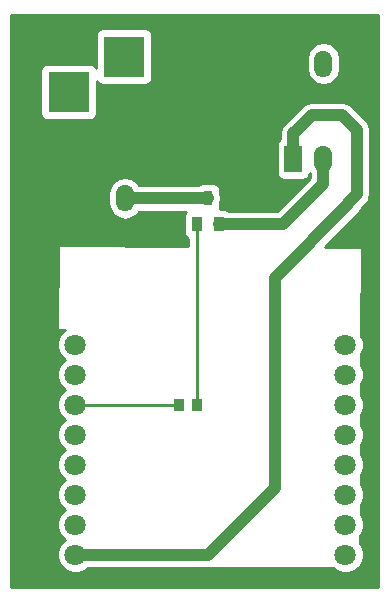
<source format=gtl>
G04 #@! TF.FileFunction,Copper,L1,Top,Signal*
%FSLAX46Y46*%
G04 Gerber Fmt 4.6, Leading zero omitted, Abs format (unit mm)*
G04 Created by KiCad (PCBNEW (2016-10-14 revision fc07716)-master) date Sat Nov 26 20:43:01 2016*
%MOMM*%
%LPD*%
G01*
G04 APERTURE LIST*
%ADD10C,0.100000*%
%ADD11C,1.800000*%
%ADD12R,3.500120X3.500120*%
%ADD13R,0.850000X1.000000*%
%ADD14O,1.524000X2.286000*%
%ADD15R,1.524000X2.286000*%
%ADD16R,0.800000X1.300000*%
%ADD17R,0.900000X1.300000*%
%ADD18C,1.000000*%
%ADD19C,0.250000*%
%ADD20C,0.254000*%
G04 APERTURE END LIST*
D10*
D11*
X134300000Y-90350000D03*
X134300000Y-92890000D03*
X134300000Y-95430000D03*
X134300000Y-97970000D03*
X134300000Y-100510000D03*
X134300000Y-103050000D03*
X134300000Y-105590000D03*
X134300000Y-108130000D03*
X111440000Y-108130000D03*
X111440000Y-105590000D03*
X111440000Y-103050000D03*
X111440000Y-100510000D03*
X111440000Y-97970000D03*
X111440000Y-95430000D03*
X111440000Y-92890000D03*
X111440000Y-90350000D03*
D12*
X115550000Y-71949480D03*
X115550000Y-65950000D03*
X110851000Y-68949740D03*
D13*
X120200000Y-95450000D03*
X121700000Y-95450000D03*
D14*
X115620000Y-77950000D03*
D15*
X113080000Y-77950000D03*
X129880000Y-66550000D03*
D14*
X132420000Y-66550000D03*
X132420000Y-74600000D03*
D15*
X129880000Y-74600000D03*
D16*
X122650000Y-77950000D03*
D17*
X123600000Y-80150000D03*
X121700000Y-80150000D03*
D18*
X115550000Y-71949480D02*
X124861520Y-71949480D01*
X124861520Y-71949480D02*
X129880000Y-66931000D01*
X129880000Y-66931000D02*
X129880000Y-66550000D01*
X113080000Y-77950000D02*
X113080000Y-74419480D01*
X113080000Y-74419480D02*
X115550000Y-71949480D01*
X123600000Y-80150000D02*
X129013000Y-80150000D01*
X129013000Y-80150000D02*
X132420000Y-76743000D01*
X132420000Y-76743000D02*
X132420000Y-74600000D01*
X132420000Y-74981000D02*
X132420000Y-74600000D01*
X128300000Y-84725000D02*
X128300000Y-102500000D01*
X128300000Y-102500000D02*
X122670000Y-108130000D01*
X134550000Y-78475000D02*
X128300000Y-84725000D01*
X135250000Y-77625000D02*
X134550000Y-78325000D01*
X134550000Y-78325000D02*
X134550000Y-78475000D01*
X135250000Y-72150000D02*
X135250000Y-77625000D01*
X134025000Y-70925000D02*
X135250000Y-72150000D01*
X131450000Y-70925000D02*
X134025000Y-70925000D01*
X130200000Y-72175000D02*
X131450000Y-70925000D01*
X130162000Y-72175000D02*
X130200000Y-72175000D01*
X129880000Y-74600000D02*
X129880000Y-72457000D01*
X129880000Y-72457000D02*
X130162000Y-72175000D01*
X122670000Y-108130000D02*
X111440000Y-108130000D01*
D19*
X111440000Y-95430000D02*
X120180000Y-95430000D01*
X120180000Y-95430000D02*
X120200000Y-95450000D01*
D18*
X122200000Y-77950000D02*
X122650000Y-77950000D01*
X115620000Y-77950000D02*
X122200000Y-77950000D01*
D19*
X121700000Y-95450000D02*
X121700000Y-80150000D01*
D20*
G36*
X137040000Y-110873000D02*
X105960000Y-110873000D01*
X105960000Y-88974080D01*
X109873003Y-88974080D01*
X109883523Y-89025616D01*
X109911759Y-89066337D01*
X109953429Y-89093153D01*
X110002189Y-89101981D01*
X110526542Y-89092940D01*
X110139449Y-89479357D01*
X109905267Y-90043330D01*
X109904735Y-90653991D01*
X110137932Y-91218371D01*
X110539182Y-91620323D01*
X110139449Y-92019357D01*
X109905267Y-92583330D01*
X109904735Y-93193991D01*
X110137932Y-93758371D01*
X110539182Y-94160323D01*
X110139449Y-94559357D01*
X109905267Y-95123330D01*
X109904735Y-95733991D01*
X110137932Y-96298371D01*
X110539182Y-96700323D01*
X110139449Y-97099357D01*
X109905267Y-97663330D01*
X109904735Y-98273991D01*
X110137932Y-98838371D01*
X110539182Y-99240323D01*
X110139449Y-99639357D01*
X109905267Y-100203330D01*
X109904735Y-100813991D01*
X110137932Y-101378371D01*
X110539182Y-101780323D01*
X110139449Y-102179357D01*
X109905267Y-102743330D01*
X109904735Y-103353991D01*
X110137932Y-103918371D01*
X110539182Y-104320323D01*
X110139449Y-104719357D01*
X109905267Y-105283330D01*
X109904735Y-105893991D01*
X110137932Y-106458371D01*
X110539182Y-106860323D01*
X110139449Y-107259357D01*
X109905267Y-107823330D01*
X109904735Y-108433991D01*
X110137932Y-108998371D01*
X110569357Y-109430551D01*
X111133330Y-109664733D01*
X111743991Y-109665265D01*
X112308371Y-109432068D01*
X112475731Y-109265000D01*
X122670000Y-109265000D01*
X122684410Y-109262134D01*
X133273568Y-109274490D01*
X133429357Y-109430551D01*
X133993330Y-109664733D01*
X134603991Y-109665265D01*
X135168371Y-109432068D01*
X135323828Y-109276882D01*
X135424852Y-109277000D01*
X135473056Y-109267557D01*
X135514385Y-109240218D01*
X135542106Y-109199145D01*
X135551999Y-109150590D01*
X135552472Y-109048638D01*
X135600551Y-109000643D01*
X135834733Y-108436670D01*
X135835265Y-107826009D01*
X135602068Y-107261629D01*
X135560960Y-107220449D01*
X135564319Y-106496811D01*
X135600551Y-106460643D01*
X135834733Y-105896670D01*
X135835265Y-105286009D01*
X135602068Y-104721629D01*
X135572697Y-104692207D01*
X135576166Y-103944985D01*
X135600551Y-103920643D01*
X135834733Y-103356670D01*
X135835265Y-102746009D01*
X135602068Y-102181629D01*
X135584435Y-102163965D01*
X135588013Y-101393159D01*
X135600551Y-101380643D01*
X135834733Y-100816670D01*
X135835265Y-100206009D01*
X135602068Y-99641629D01*
X135596172Y-99635723D01*
X135599860Y-98841333D01*
X135600551Y-98840643D01*
X135834733Y-98276670D01*
X135835265Y-97666009D01*
X135607871Y-97115674D01*
X135611781Y-96273599D01*
X135834733Y-95736670D01*
X135835265Y-95126009D01*
X135619532Y-94603896D01*
X135623706Y-93704879D01*
X135834733Y-93196670D01*
X135835265Y-92586009D01*
X135631193Y-92092118D01*
X135635631Y-91136160D01*
X135834733Y-90656670D01*
X135835265Y-90046009D01*
X135642854Y-89580340D01*
X135676999Y-82225590D01*
X135667620Y-82177100D01*
X135640337Y-82135735D01*
X135599300Y-82107959D01*
X135550757Y-82098002D01*
X132550027Y-82080105D01*
X135352566Y-79277566D01*
X135470278Y-79101397D01*
X135598603Y-78909346D01*
X135605510Y-78874622D01*
X136052566Y-78427567D01*
X136298603Y-78059346D01*
X136320353Y-77950000D01*
X136385000Y-77625000D01*
X136385000Y-72150000D01*
X136367098Y-72060000D01*
X136298604Y-71715655D01*
X136052566Y-71347434D01*
X134827566Y-70122434D01*
X134459346Y-69876397D01*
X134025000Y-69790000D01*
X131450000Y-69790000D01*
X131015654Y-69876397D01*
X130647434Y-70122434D01*
X129473954Y-71295914D01*
X129396849Y-71347434D01*
X129359434Y-71372434D01*
X129077434Y-71654434D01*
X128831397Y-72022654D01*
X128745000Y-72457000D01*
X128745000Y-72942523D01*
X128660191Y-72999191D01*
X128519843Y-73209235D01*
X128470560Y-73457000D01*
X128470560Y-75743000D01*
X128519843Y-75990765D01*
X128660191Y-76200809D01*
X128870235Y-76341157D01*
X129118000Y-76390440D01*
X130642000Y-76390440D01*
X130889765Y-76341157D01*
X131099809Y-76200809D01*
X131240157Y-75990765D01*
X131282228Y-75779255D01*
X131285000Y-75783403D01*
X131285000Y-76272868D01*
X128542868Y-79015000D01*
X124467115Y-79015000D01*
X124297765Y-78901843D01*
X124050000Y-78852560D01*
X123644953Y-78852560D01*
X123648157Y-78847765D01*
X123697440Y-78600000D01*
X123697440Y-78386087D01*
X123698603Y-78384346D01*
X123785000Y-77950000D01*
X123698603Y-77515654D01*
X123697440Y-77513913D01*
X123697440Y-77300000D01*
X123648157Y-77052235D01*
X123507809Y-76842191D01*
X123297765Y-76701843D01*
X123050000Y-76652560D01*
X122250000Y-76652560D01*
X122002235Y-76701843D01*
X121832885Y-76815000D01*
X116787342Y-76815000D01*
X116607828Y-76546339D01*
X116154609Y-76243507D01*
X115620000Y-76137167D01*
X115085391Y-76243507D01*
X114632172Y-76546339D01*
X114329340Y-76999558D01*
X114223000Y-77534167D01*
X114223000Y-78365833D01*
X114329340Y-78900442D01*
X114632172Y-79353661D01*
X115085391Y-79656493D01*
X115620000Y-79762833D01*
X116154609Y-79656493D01*
X116607828Y-79353661D01*
X116787342Y-79085000D01*
X120763587Y-79085000D01*
X120651843Y-79252235D01*
X120602560Y-79500000D01*
X120602560Y-80800000D01*
X120651843Y-81047765D01*
X120792191Y-81257809D01*
X120940000Y-81356573D01*
X120940000Y-82010860D01*
X110400757Y-81948002D01*
X110400000Y-81948000D01*
X110050000Y-81948000D01*
X110002251Y-81957318D01*
X109960851Y-81984549D01*
X109933023Y-82025550D01*
X109923003Y-82074080D01*
X109873003Y-88974080D01*
X105960000Y-88974080D01*
X105960000Y-67199680D01*
X108453500Y-67199680D01*
X108453500Y-70699800D01*
X108502783Y-70947565D01*
X108643131Y-71157609D01*
X108853175Y-71297957D01*
X109100940Y-71347240D01*
X112601060Y-71347240D01*
X112848825Y-71297957D01*
X113058869Y-71157609D01*
X113199217Y-70947565D01*
X113248500Y-70699800D01*
X113248500Y-68017741D01*
X113342131Y-68157869D01*
X113552175Y-68298217D01*
X113799940Y-68347500D01*
X117300060Y-68347500D01*
X117547825Y-68298217D01*
X117757869Y-68157869D01*
X117898217Y-67947825D01*
X117947500Y-67700060D01*
X117947500Y-66134167D01*
X131023000Y-66134167D01*
X131023000Y-66965833D01*
X131129340Y-67500442D01*
X131432172Y-67953661D01*
X131885391Y-68256493D01*
X132420000Y-68362833D01*
X132954609Y-68256493D01*
X133407828Y-67953661D01*
X133710660Y-67500442D01*
X133817000Y-66965833D01*
X133817000Y-66134167D01*
X133710660Y-65599558D01*
X133407828Y-65146339D01*
X132954609Y-64843507D01*
X132420000Y-64737167D01*
X131885391Y-64843507D01*
X131432172Y-65146339D01*
X131129340Y-65599558D01*
X131023000Y-66134167D01*
X117947500Y-66134167D01*
X117947500Y-64199940D01*
X117898217Y-63952175D01*
X117757869Y-63742131D01*
X117547825Y-63601783D01*
X117300060Y-63552500D01*
X113799940Y-63552500D01*
X113552175Y-63601783D01*
X113342131Y-63742131D01*
X113201783Y-63952175D01*
X113152500Y-64199940D01*
X113152500Y-66881999D01*
X113058869Y-66741871D01*
X112848825Y-66601523D01*
X112601060Y-66552240D01*
X109100940Y-66552240D01*
X108853175Y-66601523D01*
X108643131Y-66741871D01*
X108502783Y-66951915D01*
X108453500Y-67199680D01*
X105960000Y-67199680D01*
X105960000Y-62460000D01*
X137040000Y-62460000D01*
X137040000Y-110873000D01*
X137040000Y-110873000D01*
G37*
X137040000Y-110873000D02*
X105960000Y-110873000D01*
X105960000Y-88974080D01*
X109873003Y-88974080D01*
X109883523Y-89025616D01*
X109911759Y-89066337D01*
X109953429Y-89093153D01*
X110002189Y-89101981D01*
X110526542Y-89092940D01*
X110139449Y-89479357D01*
X109905267Y-90043330D01*
X109904735Y-90653991D01*
X110137932Y-91218371D01*
X110539182Y-91620323D01*
X110139449Y-92019357D01*
X109905267Y-92583330D01*
X109904735Y-93193991D01*
X110137932Y-93758371D01*
X110539182Y-94160323D01*
X110139449Y-94559357D01*
X109905267Y-95123330D01*
X109904735Y-95733991D01*
X110137932Y-96298371D01*
X110539182Y-96700323D01*
X110139449Y-97099357D01*
X109905267Y-97663330D01*
X109904735Y-98273991D01*
X110137932Y-98838371D01*
X110539182Y-99240323D01*
X110139449Y-99639357D01*
X109905267Y-100203330D01*
X109904735Y-100813991D01*
X110137932Y-101378371D01*
X110539182Y-101780323D01*
X110139449Y-102179357D01*
X109905267Y-102743330D01*
X109904735Y-103353991D01*
X110137932Y-103918371D01*
X110539182Y-104320323D01*
X110139449Y-104719357D01*
X109905267Y-105283330D01*
X109904735Y-105893991D01*
X110137932Y-106458371D01*
X110539182Y-106860323D01*
X110139449Y-107259357D01*
X109905267Y-107823330D01*
X109904735Y-108433991D01*
X110137932Y-108998371D01*
X110569357Y-109430551D01*
X111133330Y-109664733D01*
X111743991Y-109665265D01*
X112308371Y-109432068D01*
X112475731Y-109265000D01*
X122670000Y-109265000D01*
X122684410Y-109262134D01*
X133273568Y-109274490D01*
X133429357Y-109430551D01*
X133993330Y-109664733D01*
X134603991Y-109665265D01*
X135168371Y-109432068D01*
X135323828Y-109276882D01*
X135424852Y-109277000D01*
X135473056Y-109267557D01*
X135514385Y-109240218D01*
X135542106Y-109199145D01*
X135551999Y-109150590D01*
X135552472Y-109048638D01*
X135600551Y-109000643D01*
X135834733Y-108436670D01*
X135835265Y-107826009D01*
X135602068Y-107261629D01*
X135560960Y-107220449D01*
X135564319Y-106496811D01*
X135600551Y-106460643D01*
X135834733Y-105896670D01*
X135835265Y-105286009D01*
X135602068Y-104721629D01*
X135572697Y-104692207D01*
X135576166Y-103944985D01*
X135600551Y-103920643D01*
X135834733Y-103356670D01*
X135835265Y-102746009D01*
X135602068Y-102181629D01*
X135584435Y-102163965D01*
X135588013Y-101393159D01*
X135600551Y-101380643D01*
X135834733Y-100816670D01*
X135835265Y-100206009D01*
X135602068Y-99641629D01*
X135596172Y-99635723D01*
X135599860Y-98841333D01*
X135600551Y-98840643D01*
X135834733Y-98276670D01*
X135835265Y-97666009D01*
X135607871Y-97115674D01*
X135611781Y-96273599D01*
X135834733Y-95736670D01*
X135835265Y-95126009D01*
X135619532Y-94603896D01*
X135623706Y-93704879D01*
X135834733Y-93196670D01*
X135835265Y-92586009D01*
X135631193Y-92092118D01*
X135635631Y-91136160D01*
X135834733Y-90656670D01*
X135835265Y-90046009D01*
X135642854Y-89580340D01*
X135676999Y-82225590D01*
X135667620Y-82177100D01*
X135640337Y-82135735D01*
X135599300Y-82107959D01*
X135550757Y-82098002D01*
X132550027Y-82080105D01*
X135352566Y-79277566D01*
X135470278Y-79101397D01*
X135598603Y-78909346D01*
X135605510Y-78874622D01*
X136052566Y-78427567D01*
X136298603Y-78059346D01*
X136320353Y-77950000D01*
X136385000Y-77625000D01*
X136385000Y-72150000D01*
X136367098Y-72060000D01*
X136298604Y-71715655D01*
X136052566Y-71347434D01*
X134827566Y-70122434D01*
X134459346Y-69876397D01*
X134025000Y-69790000D01*
X131450000Y-69790000D01*
X131015654Y-69876397D01*
X130647434Y-70122434D01*
X129473954Y-71295914D01*
X129396849Y-71347434D01*
X129359434Y-71372434D01*
X129077434Y-71654434D01*
X128831397Y-72022654D01*
X128745000Y-72457000D01*
X128745000Y-72942523D01*
X128660191Y-72999191D01*
X128519843Y-73209235D01*
X128470560Y-73457000D01*
X128470560Y-75743000D01*
X128519843Y-75990765D01*
X128660191Y-76200809D01*
X128870235Y-76341157D01*
X129118000Y-76390440D01*
X130642000Y-76390440D01*
X130889765Y-76341157D01*
X131099809Y-76200809D01*
X131240157Y-75990765D01*
X131282228Y-75779255D01*
X131285000Y-75783403D01*
X131285000Y-76272868D01*
X128542868Y-79015000D01*
X124467115Y-79015000D01*
X124297765Y-78901843D01*
X124050000Y-78852560D01*
X123644953Y-78852560D01*
X123648157Y-78847765D01*
X123697440Y-78600000D01*
X123697440Y-78386087D01*
X123698603Y-78384346D01*
X123785000Y-77950000D01*
X123698603Y-77515654D01*
X123697440Y-77513913D01*
X123697440Y-77300000D01*
X123648157Y-77052235D01*
X123507809Y-76842191D01*
X123297765Y-76701843D01*
X123050000Y-76652560D01*
X122250000Y-76652560D01*
X122002235Y-76701843D01*
X121832885Y-76815000D01*
X116787342Y-76815000D01*
X116607828Y-76546339D01*
X116154609Y-76243507D01*
X115620000Y-76137167D01*
X115085391Y-76243507D01*
X114632172Y-76546339D01*
X114329340Y-76999558D01*
X114223000Y-77534167D01*
X114223000Y-78365833D01*
X114329340Y-78900442D01*
X114632172Y-79353661D01*
X115085391Y-79656493D01*
X115620000Y-79762833D01*
X116154609Y-79656493D01*
X116607828Y-79353661D01*
X116787342Y-79085000D01*
X120763587Y-79085000D01*
X120651843Y-79252235D01*
X120602560Y-79500000D01*
X120602560Y-80800000D01*
X120651843Y-81047765D01*
X120792191Y-81257809D01*
X120940000Y-81356573D01*
X120940000Y-82010860D01*
X110400757Y-81948002D01*
X110400000Y-81948000D01*
X110050000Y-81948000D01*
X110002251Y-81957318D01*
X109960851Y-81984549D01*
X109933023Y-82025550D01*
X109923003Y-82074080D01*
X109873003Y-88974080D01*
X105960000Y-88974080D01*
X105960000Y-67199680D01*
X108453500Y-67199680D01*
X108453500Y-70699800D01*
X108502783Y-70947565D01*
X108643131Y-71157609D01*
X108853175Y-71297957D01*
X109100940Y-71347240D01*
X112601060Y-71347240D01*
X112848825Y-71297957D01*
X113058869Y-71157609D01*
X113199217Y-70947565D01*
X113248500Y-70699800D01*
X113248500Y-68017741D01*
X113342131Y-68157869D01*
X113552175Y-68298217D01*
X113799940Y-68347500D01*
X117300060Y-68347500D01*
X117547825Y-68298217D01*
X117757869Y-68157869D01*
X117898217Y-67947825D01*
X117947500Y-67700060D01*
X117947500Y-66134167D01*
X131023000Y-66134167D01*
X131023000Y-66965833D01*
X131129340Y-67500442D01*
X131432172Y-67953661D01*
X131885391Y-68256493D01*
X132420000Y-68362833D01*
X132954609Y-68256493D01*
X133407828Y-67953661D01*
X133710660Y-67500442D01*
X133817000Y-66965833D01*
X133817000Y-66134167D01*
X133710660Y-65599558D01*
X133407828Y-65146339D01*
X132954609Y-64843507D01*
X132420000Y-64737167D01*
X131885391Y-64843507D01*
X131432172Y-65146339D01*
X131129340Y-65599558D01*
X131023000Y-66134167D01*
X117947500Y-66134167D01*
X117947500Y-64199940D01*
X117898217Y-63952175D01*
X117757869Y-63742131D01*
X117547825Y-63601783D01*
X117300060Y-63552500D01*
X113799940Y-63552500D01*
X113552175Y-63601783D01*
X113342131Y-63742131D01*
X113201783Y-63952175D01*
X113152500Y-64199940D01*
X113152500Y-66881999D01*
X113058869Y-66741871D01*
X112848825Y-66601523D01*
X112601060Y-66552240D01*
X109100940Y-66552240D01*
X108853175Y-66601523D01*
X108643131Y-66741871D01*
X108502783Y-66951915D01*
X108453500Y-67199680D01*
X105960000Y-67199680D01*
X105960000Y-62460000D01*
X137040000Y-62460000D01*
X137040000Y-110873000D01*
M02*

</source>
